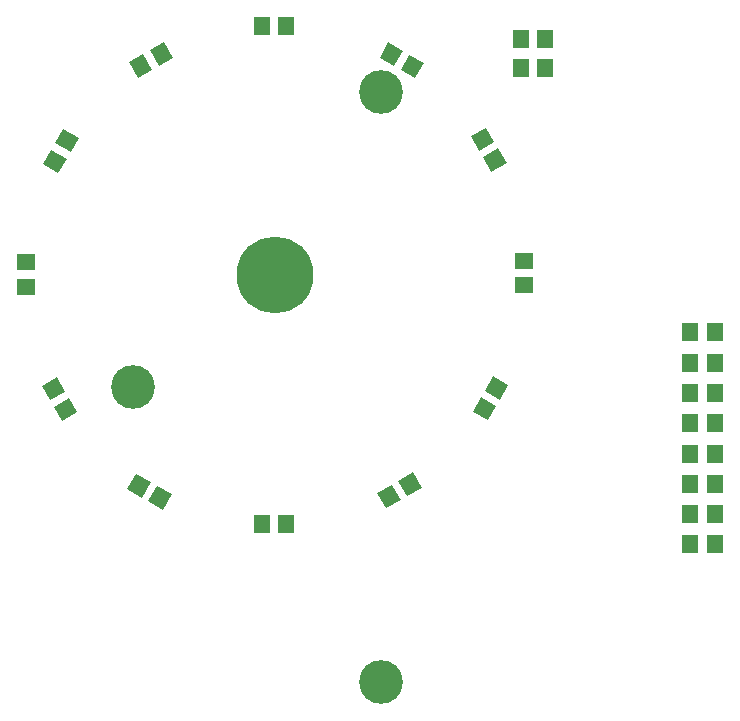
<source format=gbp>
G04 MADE WITH FRITZING*
G04 WWW.FRITZING.ORG*
G04 DOUBLE SIDED*
G04 HOLES PLATED*
G04 CONTOUR ON CENTER OF CONTOUR VECTOR*
%ASAXBY*%
%FSLAX23Y23*%
%MOIN*%
%OFA0B0*%
%SFA1.0B1.0*%
%ADD10C,0.255905*%
%ADD11C,0.145669*%
%ADD12R,0.055118X0.059055*%
%ADD13R,0.059055X0.055118*%
%LNPASTEMASK0*%
G90*
G70*
G54D10*
X886Y1634D03*
G54D11*
X1240Y2244D03*
X413Y1260D03*
X1240Y276D03*
G54D12*
X1705Y2418D03*
X1786Y2418D03*
X1706Y2323D03*
X1787Y2323D03*
X843Y2462D03*
X924Y2462D03*
G54D13*
X58Y1594D03*
X58Y1675D03*
G54D12*
X2271Y1139D03*
X2352Y1139D03*
X2271Y1441D03*
X2352Y1441D03*
G54D13*
X1717Y1680D03*
X1717Y1600D03*
G54D12*
X923Y804D03*
X842Y804D03*
X2271Y1240D03*
X2352Y1240D03*
X2271Y1340D03*
X2352Y1340D03*
X2271Y1037D03*
X2352Y1037D03*
X2271Y937D03*
X2352Y937D03*
X2271Y837D03*
X2352Y837D03*
X2271Y737D03*
X2352Y737D03*
G36*
X164Y1972D02*
X113Y2002D01*
X141Y2050D01*
X192Y2020D01*
X164Y1972D01*
G37*
D02*
G36*
X205Y2042D02*
X153Y2072D01*
X181Y2120D01*
X232Y2090D01*
X205Y2042D01*
G37*
D02*
G36*
X1235Y2357D02*
X1264Y2408D01*
X1312Y2380D01*
X1282Y2329D01*
X1235Y2357D01*
G37*
D02*
G36*
X1305Y2316D02*
X1334Y2367D01*
X1382Y2340D01*
X1352Y2289D01*
X1305Y2316D01*
G37*
D02*
G36*
X1540Y2095D02*
X1591Y2124D01*
X1618Y2077D01*
X1567Y2047D01*
X1540Y2095D01*
G37*
D02*
G36*
X1580Y2025D02*
X1631Y2055D01*
X1659Y2007D01*
X1608Y1977D01*
X1580Y2025D01*
G37*
D02*
G36*
X228Y1175D02*
X177Y1145D01*
X150Y1193D01*
X201Y1222D01*
X228Y1175D01*
G37*
D02*
G36*
X188Y1244D02*
X137Y1215D01*
X109Y1263D01*
X160Y1292D01*
X188Y1244D01*
G37*
D02*
G36*
X542Y901D02*
X512Y850D01*
X464Y878D01*
X494Y929D01*
X542Y901D01*
G37*
D02*
G36*
X472Y942D02*
X442Y890D01*
X394Y918D01*
X424Y969D01*
X472Y942D01*
G37*
D02*
G36*
X1346Y975D02*
X1375Y924D01*
X1328Y896D01*
X1298Y947D01*
X1346Y975D01*
G37*
D02*
G36*
X1276Y934D02*
X1305Y883D01*
X1258Y856D01*
X1228Y907D01*
X1276Y934D01*
G37*
D02*
G36*
X430Y2290D02*
X400Y2341D01*
X448Y2368D01*
X477Y2317D01*
X430Y2290D01*
G37*
D02*
G36*
X500Y2330D02*
X470Y2381D01*
X518Y2409D01*
X547Y2357D01*
X500Y2330D01*
G37*
D02*
G36*
X1613Y1295D02*
X1664Y1265D01*
X1637Y1217D01*
X1586Y1247D01*
X1613Y1295D01*
G37*
D02*
G36*
X1573Y1225D02*
X1624Y1195D01*
X1596Y1148D01*
X1545Y1177D01*
X1573Y1225D01*
G37*
D02*
G04 End of PasteMask0*
M02*
</source>
